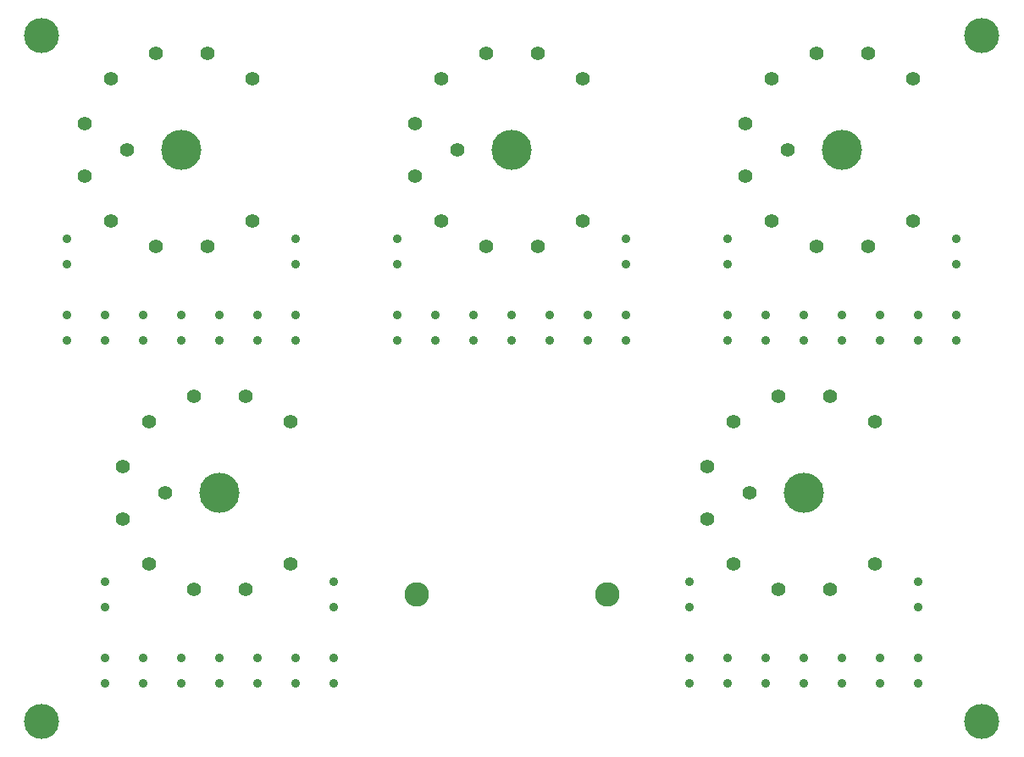
<source format=gbr>
G04 EAGLE Gerber RS-274X export*
G75*
%MOMM*%
%FSLAX34Y34*%
%LPD*%
%INSoldermask Top*%
%IPPOS*%
%AMOC8*
5,1,8,0,0,1.08239X$1,22.5*%
G01*
%ADD10C,4.013200*%
%ADD11C,1.400000*%
%ADD12C,0.914400*%
%ADD13C,3.505200*%
%ADD14C,2.453200*%


D10*
X177800Y609600D03*
X508000Y609600D03*
X838200Y609600D03*
X800100Y266700D03*
X215900Y266700D03*
D11*
X248511Y680311D03*
X203682Y706193D03*
X151918Y706193D03*
X107089Y680311D03*
X122800Y609600D03*
X81207Y635482D03*
X81207Y583718D03*
X107089Y538889D03*
X151918Y513007D03*
X203682Y513007D03*
X248511Y538889D03*
X578711Y680311D03*
X533882Y706193D03*
X482118Y706193D03*
X437289Y680311D03*
X453000Y609600D03*
X411407Y635482D03*
X411407Y583718D03*
X437289Y538889D03*
X482118Y513007D03*
X533882Y513007D03*
X578711Y538889D03*
X908911Y680311D03*
X864082Y706193D03*
X812318Y706193D03*
X767489Y680311D03*
X783200Y609600D03*
X741607Y635482D03*
X741607Y583718D03*
X767489Y538889D03*
X812318Y513007D03*
X864082Y513007D03*
X908911Y538889D03*
X286611Y337411D03*
X241782Y363293D03*
X190018Y363293D03*
X145189Y337411D03*
X160900Y266700D03*
X119307Y292582D03*
X119307Y240818D03*
X145189Y195989D03*
X190018Y170107D03*
X241782Y170107D03*
X286611Y195989D03*
X870811Y337411D03*
X825982Y363293D03*
X774218Y363293D03*
X729389Y337411D03*
X745100Y266700D03*
X703507Y292582D03*
X703507Y240818D03*
X729389Y195989D03*
X774218Y170107D03*
X825982Y170107D03*
X870811Y195989D03*
D12*
X292100Y444500D03*
X292100Y444500D03*
X292100Y419100D03*
X215900Y444500D03*
X215900Y444500D03*
X215900Y419100D03*
X139700Y444500D03*
X139700Y444500D03*
X139700Y419100D03*
X63500Y444500D03*
X63500Y444500D03*
X63500Y419100D03*
X63500Y520700D03*
X63500Y520700D03*
X63500Y495300D03*
X101600Y444500D03*
X101600Y444500D03*
X101600Y419100D03*
X177800Y444500D03*
X177800Y444500D03*
X177800Y419100D03*
X254000Y444500D03*
X254000Y444500D03*
X254000Y419100D03*
X292100Y520700D03*
X292100Y520700D03*
X292100Y495300D03*
X622300Y444500D03*
X622300Y444500D03*
X622300Y419100D03*
X546100Y444500D03*
X546100Y444500D03*
X546100Y419100D03*
X469900Y444500D03*
X469900Y444500D03*
X469900Y419100D03*
X393700Y444500D03*
X393700Y444500D03*
X393700Y419100D03*
X393700Y520700D03*
X393700Y520700D03*
X393700Y495300D03*
X431800Y444500D03*
X431800Y444500D03*
X431800Y419100D03*
X508000Y444500D03*
X508000Y444500D03*
X508000Y419100D03*
X584200Y444500D03*
X584200Y444500D03*
X584200Y419100D03*
X622300Y520700D03*
X622300Y520700D03*
X622300Y495300D03*
X952500Y444500D03*
X952500Y444500D03*
X952500Y419100D03*
X876300Y444500D03*
X876300Y444500D03*
X876300Y419100D03*
X800100Y444500D03*
X800100Y444500D03*
X800100Y419100D03*
X723900Y444500D03*
X723900Y444500D03*
X723900Y419100D03*
X723900Y520700D03*
X723900Y520700D03*
X723900Y495300D03*
X762000Y444500D03*
X762000Y444500D03*
X762000Y419100D03*
X838200Y444500D03*
X838200Y444500D03*
X838200Y419100D03*
X914400Y444500D03*
X914400Y444500D03*
X914400Y419100D03*
X952500Y520700D03*
X952500Y520700D03*
X952500Y495300D03*
X330200Y101600D03*
X330200Y101600D03*
X330200Y76200D03*
X254000Y101600D03*
X254000Y101600D03*
X254000Y76200D03*
X177800Y101600D03*
X177800Y101600D03*
X177800Y76200D03*
X101600Y101600D03*
X101600Y101600D03*
X101600Y76200D03*
X101600Y177800D03*
X101600Y177800D03*
X101600Y152400D03*
X139700Y101600D03*
X139700Y101600D03*
X139700Y76200D03*
X215900Y101600D03*
X215900Y101600D03*
X215900Y76200D03*
X292100Y101600D03*
X292100Y101600D03*
X292100Y76200D03*
X330200Y177800D03*
X330200Y177800D03*
X330200Y152400D03*
X914400Y101600D03*
X914400Y101600D03*
X914400Y76200D03*
X838200Y101600D03*
X838200Y101600D03*
X838200Y76200D03*
X762000Y101600D03*
X762000Y101600D03*
X762000Y76200D03*
X685800Y101600D03*
X685800Y101600D03*
X685800Y76200D03*
X685800Y177800D03*
X685800Y177800D03*
X685800Y152400D03*
X723900Y101600D03*
X723900Y101600D03*
X723900Y76200D03*
X800100Y101600D03*
X800100Y101600D03*
X800100Y76200D03*
X876300Y101600D03*
X876300Y101600D03*
X876300Y76200D03*
X914400Y177800D03*
X914400Y177800D03*
X914400Y152400D03*
D13*
X38100Y723900D03*
X38100Y38100D03*
X977900Y38100D03*
X977900Y723900D03*
D14*
X412750Y165100D03*
X603250Y165100D03*
M02*

</source>
